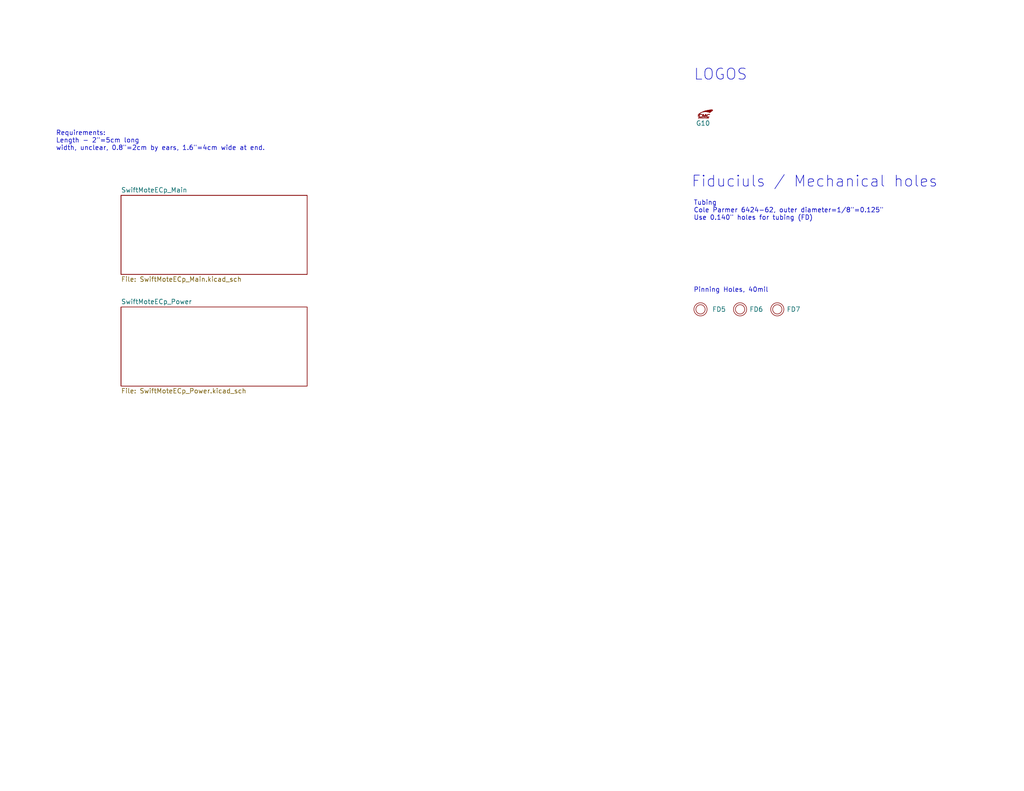
<source format=kicad_sch>
(kicad_sch (version 20211123) (generator eeschema)
  (paper "USLetter")
  (title_block (title "SwiftMote-EC Prototype") (rev "2022A") (company "CMC Microsystems"))
  (lib_symbols
    (symbol "CMC_Fiducials:Pinning_NPTH_40mil" (pin_numbers hide) (pin_names (offset 0) hide)
      (property "Reference" "FD" (at 0 0 0))
    )
    (symbol "CMC_Logo:CMC_White_Logo_180x110mil" (pin_names (offset 1.016))
      (property "Reference" "G" (at 0 0.8189 0))
    )
  )
  (text "Tubing\nCole Parmer 6424-62, outer diameter=1/8\"=0.125\"\nUse 0.140\" holes for tubing (FD)" (at 189.23 60.325 0) (effects (font (size 1.27 1.27)) (justify left bottom)))
  (text "Requirements:\nLength - 2\"=5cm long\nwidth, unclear, 0.8\"=2cm by ears, 1.6\"=4cm wide at end." (at 15.24 41.275 0) (effects (font (size 1.27 1.27)) (justify left bottom)))
  (text "LOGOS" (at 189.23 22.225 0) (effects (font (size 3 3)) (justify left bottom)))
  (text "Fiduciuls / Mechanical holes" (at 188.595 51.435 0) (effects (font (size 3 3)) (justify left bottom)))
  (text "Pinning Holes, 40mil" (at 189.23 80.01 0) (effects (font (size 1.27 1.27)) (justify left bottom)))
  (symbol (lib_id "CMC_Fiducials:Pinning_NPTH_40mil") (at 212.09 84.455 0) (unit 1)
    (property "Reference" "FD7" (at 214.63 84.4549 0) (effects (justify left)))
    (property "Value" "Pinning_NPTH_40mil" (effects hide))
    (property "Footprint" "CMC_Fiducial:Pinning_NPTH_40mil" (effects hide))
  )
  (symbol (lib_id "CMC_Fiducials:Pinning_NPTH_40mil") (at 201.93 84.455 0) (unit 1)
    (property "Reference" "FD6" (at 204.47 84.4549 0) (effects (justify left)))
    (property "Value" "Pinning_NPTH_40mil" (effects hide))
    (property "Footprint" "CMC_Fiducial:Pinning_NPTH_40mil" (effects hide))
  )
  (symbol (lib_id "CMC_Logo:CMC_White_Logo_180x110mil") (at 192.405 31.115 0) (unit 1) (in_bom no)
    (property "Reference" "G10" (at 189.865 33.655 0) (effects (justify left)))
    (property "Value" "CMC_White_Logo_180x110mil" (effects hide))
    (property "Footprint" "CMC_Logo:CMC_White_Logo_180x110mil" (effects hide))
  )
  (symbol (lib_id "CMC_Fiducials:Pinning_NPTH_40mil") (at 191.135 84.455 0) (unit 1)
    (property "Reference" "FD5" (at 194.31 84.4549 0) (effects (justify left)))
    (property "Value" "Pinning_NPTH_40mil" (effects hide))
    (property "Footprint" "CMC_Fiducial:Pinning_NPTH_40mil" (effects hide))
  )
  (sheet (at 33.02 83.82) (size 50.8 21.59) (stroke (width 0.1524))
    (property "Sheet name" "SwiftMoteECp_Power" (at 33.02 83.1084 0) (effects (justify left bottom)))
    (property "Sheet file" "SwiftMoteECp_Power.kicad_sch" (at 33.02 105.9946 0) (effects (justify left top)))
  )
  (sheet (at 33.02 53.34) (size 50.8 21.59) (stroke (width 0.1524))
    (property "Sheet name" "SwiftMoteECp_Main" (at 33.02 52.6284 0) (effects (justify left bottom)))
    (property "Sheet file" "SwiftMoteECp_Main.kicad_sch" (at 33.02 75.5146 0) (effects (justify left top)))
  )
)
</source>
